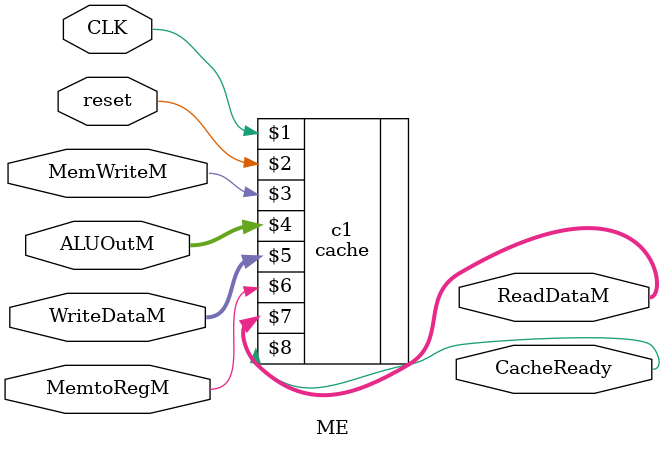
<source format=v>
module ME(input         CLK,
          input         reset,
          input         MemWriteM,
          input         MemtoRegM,
          input  [31:0] ALUOutM,
          input  [31:0] WriteDataM,
          output [31:0] ReadDataM,
          output        CacheReady);
          
  cache c1(CLK, reset, MemWriteM, ALUOutM, WriteDataM, MemtoRegM, 
           ReadDataM, CacheReady);

endmodule
</source>
